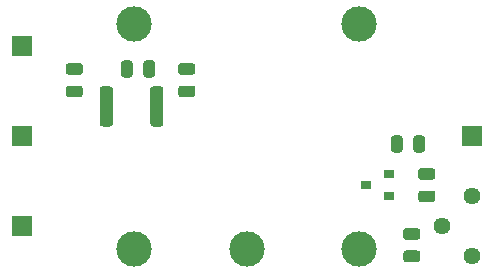
<source format=gbr>
%TF.GenerationSoftware,KiCad,Pcbnew,(5.1.9)-1*%
%TF.CreationDate,2021-03-21T16:20:23+00:00*%
%TF.ProjectId,hp5354a-ocxo,68703533-3534-4612-9d6f-63786f2e6b69,rev?*%
%TF.SameCoordinates,Original*%
%TF.FileFunction,Soldermask,Bot*%
%TF.FilePolarity,Negative*%
%FSLAX46Y46*%
G04 Gerber Fmt 4.6, Leading zero omitted, Abs format (unit mm)*
G04 Created by KiCad (PCBNEW (5.1.9)-1) date 2021-03-21 16:20:23*
%MOMM*%
%LPD*%
G01*
G04 APERTURE LIST*
%ADD10C,1.440000*%
%ADD11C,3.000000*%
%ADD12R,1.700000X1.700000*%
%ADD13R,0.900000X0.800000*%
G04 APERTURE END LIST*
D10*
%TO.C,RV1*%
X135890000Y-102870000D03*
X133350000Y-105410000D03*
X135890000Y-107950000D03*
%TD*%
D11*
%TO.C,O1*%
X107315000Y-107315000D03*
X116840000Y-107315000D03*
X126365000Y-107315000D03*
X126365000Y-88265000D03*
X107315000Y-88265000D03*
%TD*%
%TO.C,L1*%
G36*
G01*
X108657500Y-96700001D02*
X108657500Y-93799999D01*
G75*
G02*
X108907499Y-93550000I249999J0D01*
G01*
X109532501Y-93550000D01*
G75*
G02*
X109782500Y-93799999I0J-249999D01*
G01*
X109782500Y-96700001D01*
G75*
G02*
X109532501Y-96950000I-249999J0D01*
G01*
X108907499Y-96950000D01*
G75*
G02*
X108657500Y-96700001I0J249999D01*
G01*
G37*
G36*
G01*
X104382500Y-96700001D02*
X104382500Y-93799999D01*
G75*
G02*
X104632499Y-93550000I249999J0D01*
G01*
X105257501Y-93550000D01*
G75*
G02*
X105507500Y-93799999I0J-249999D01*
G01*
X105507500Y-96700001D01*
G75*
G02*
X105257501Y-96950000I-249999J0D01*
G01*
X104632499Y-96950000D01*
G75*
G02*
X104382500Y-96700001I0J249999D01*
G01*
G37*
%TD*%
D12*
%TO.C,J4*%
X97790000Y-105410000D03*
%TD*%
D13*
%TO.C,U1*%
X126905000Y-101920000D03*
X128905000Y-102870000D03*
X128905000Y-100970000D03*
%TD*%
D12*
%TO.C,J3*%
X135890000Y-97790000D03*
%TD*%
%TO.C,J2*%
X97790000Y-97790000D03*
%TD*%
%TO.C,J1*%
X97790000Y-90170000D03*
%TD*%
%TO.C,C6*%
G36*
G01*
X132555000Y-101470000D02*
X131605000Y-101470000D01*
G75*
G02*
X131355000Y-101220000I0J250000D01*
G01*
X131355000Y-100720000D01*
G75*
G02*
X131605000Y-100470000I250000J0D01*
G01*
X132555000Y-100470000D01*
G75*
G02*
X132805000Y-100720000I0J-250000D01*
G01*
X132805000Y-101220000D01*
G75*
G02*
X132555000Y-101470000I-250000J0D01*
G01*
G37*
G36*
G01*
X132555000Y-103370000D02*
X131605000Y-103370000D01*
G75*
G02*
X131355000Y-103120000I0J250000D01*
G01*
X131355000Y-102620000D01*
G75*
G02*
X131605000Y-102370000I250000J0D01*
G01*
X132555000Y-102370000D01*
G75*
G02*
X132805000Y-102620000I0J-250000D01*
G01*
X132805000Y-103120000D01*
G75*
G02*
X132555000Y-103370000I-250000J0D01*
G01*
G37*
%TD*%
%TO.C,C5*%
G36*
G01*
X130940000Y-98900000D02*
X130940000Y-97950000D01*
G75*
G02*
X131190000Y-97700000I250000J0D01*
G01*
X131690000Y-97700000D01*
G75*
G02*
X131940000Y-97950000I0J-250000D01*
G01*
X131940000Y-98900000D01*
G75*
G02*
X131690000Y-99150000I-250000J0D01*
G01*
X131190000Y-99150000D01*
G75*
G02*
X130940000Y-98900000I0J250000D01*
G01*
G37*
G36*
G01*
X129040000Y-98900000D02*
X129040000Y-97950000D01*
G75*
G02*
X129290000Y-97700000I250000J0D01*
G01*
X129790000Y-97700000D01*
G75*
G02*
X130040000Y-97950000I0J-250000D01*
G01*
X130040000Y-98900000D01*
G75*
G02*
X129790000Y-99150000I-250000J0D01*
G01*
X129290000Y-99150000D01*
G75*
G02*
X129040000Y-98900000I0J250000D01*
G01*
G37*
%TD*%
%TO.C,C4*%
G36*
G01*
X130335000Y-107445000D02*
X131285000Y-107445000D01*
G75*
G02*
X131535000Y-107695000I0J-250000D01*
G01*
X131535000Y-108195000D01*
G75*
G02*
X131285000Y-108445000I-250000J0D01*
G01*
X130335000Y-108445000D01*
G75*
G02*
X130085000Y-108195000I0J250000D01*
G01*
X130085000Y-107695000D01*
G75*
G02*
X130335000Y-107445000I250000J0D01*
G01*
G37*
G36*
G01*
X130335000Y-105545000D02*
X131285000Y-105545000D01*
G75*
G02*
X131535000Y-105795000I0J-250000D01*
G01*
X131535000Y-106295000D01*
G75*
G02*
X131285000Y-106545000I-250000J0D01*
G01*
X130335000Y-106545000D01*
G75*
G02*
X130085000Y-106295000I0J250000D01*
G01*
X130085000Y-105795000D01*
G75*
G02*
X130335000Y-105545000I250000J0D01*
G01*
G37*
%TD*%
%TO.C,C3*%
G36*
G01*
X112235000Y-92580000D02*
X111285000Y-92580000D01*
G75*
G02*
X111035000Y-92330000I0J250000D01*
G01*
X111035000Y-91830000D01*
G75*
G02*
X111285000Y-91580000I250000J0D01*
G01*
X112235000Y-91580000D01*
G75*
G02*
X112485000Y-91830000I0J-250000D01*
G01*
X112485000Y-92330000D01*
G75*
G02*
X112235000Y-92580000I-250000J0D01*
G01*
G37*
G36*
G01*
X112235000Y-94480000D02*
X111285000Y-94480000D01*
G75*
G02*
X111035000Y-94230000I0J250000D01*
G01*
X111035000Y-93730000D01*
G75*
G02*
X111285000Y-93480000I250000J0D01*
G01*
X112235000Y-93480000D01*
G75*
G02*
X112485000Y-93730000I0J-250000D01*
G01*
X112485000Y-94230000D01*
G75*
G02*
X112235000Y-94480000I-250000J0D01*
G01*
G37*
%TD*%
%TO.C,C2*%
G36*
G01*
X102710000Y-92580000D02*
X101760000Y-92580000D01*
G75*
G02*
X101510000Y-92330000I0J250000D01*
G01*
X101510000Y-91830000D01*
G75*
G02*
X101760000Y-91580000I250000J0D01*
G01*
X102710000Y-91580000D01*
G75*
G02*
X102960000Y-91830000I0J-250000D01*
G01*
X102960000Y-92330000D01*
G75*
G02*
X102710000Y-92580000I-250000J0D01*
G01*
G37*
G36*
G01*
X102710000Y-94480000D02*
X101760000Y-94480000D01*
G75*
G02*
X101510000Y-94230000I0J250000D01*
G01*
X101510000Y-93730000D01*
G75*
G02*
X101760000Y-93480000I250000J0D01*
G01*
X102710000Y-93480000D01*
G75*
G02*
X102960000Y-93730000I0J-250000D01*
G01*
X102960000Y-94230000D01*
G75*
G02*
X102710000Y-94480000I-250000J0D01*
G01*
G37*
%TD*%
%TO.C,C1*%
G36*
G01*
X107185000Y-91600000D02*
X107185000Y-92550000D01*
G75*
G02*
X106935000Y-92800000I-250000J0D01*
G01*
X106435000Y-92800000D01*
G75*
G02*
X106185000Y-92550000I0J250000D01*
G01*
X106185000Y-91600000D01*
G75*
G02*
X106435000Y-91350000I250000J0D01*
G01*
X106935000Y-91350000D01*
G75*
G02*
X107185000Y-91600000I0J-250000D01*
G01*
G37*
G36*
G01*
X109085000Y-91600000D02*
X109085000Y-92550000D01*
G75*
G02*
X108835000Y-92800000I-250000J0D01*
G01*
X108335000Y-92800000D01*
G75*
G02*
X108085000Y-92550000I0J250000D01*
G01*
X108085000Y-91600000D01*
G75*
G02*
X108335000Y-91350000I250000J0D01*
G01*
X108835000Y-91350000D01*
G75*
G02*
X109085000Y-91600000I0J-250000D01*
G01*
G37*
%TD*%
M02*

</source>
